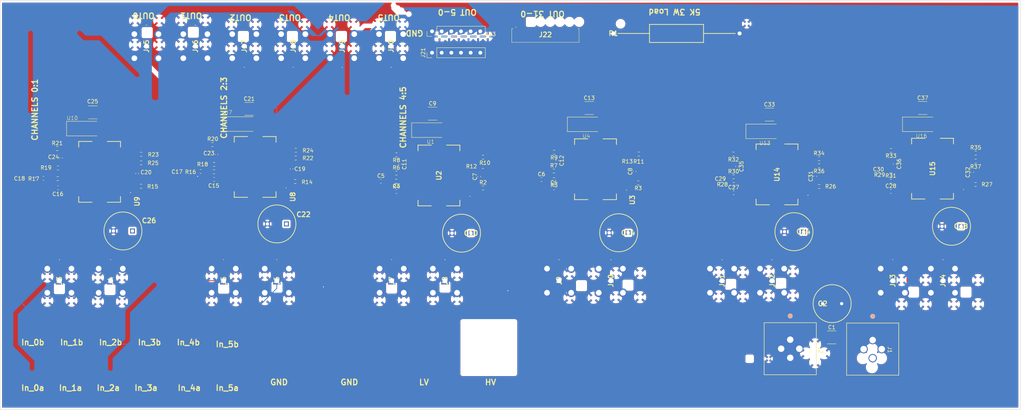
<source format=kicad_pcb>
(kicad_pcb (version 20240108) (generator "pcbnew") (generator_version "8.0")
  (layers (0 "F.Cu" signal) (1 "In1.Cu" power "GND") (2 "In2.Cu" power "C.Cu") (31 "B.Cu" signal) (34 "B.Paste" user) (35 "F.Paste" user) (36 "B.SilkS" user "B.Silkscreen") (37 "F.SilkS" user "F.Silkscreen") (38 "B.Mask" user) (39 "F.Mask" user) (44 "Edge.Cuts" user))
  (net 0 "")
  (net 1 "input_0a")
  (net 2 "GND")
  (net 3 "input_1a")
  (net 4 "/amp_1/input_0a_lv")
  (net 5 "input_0b")
  (net 6 "input_1b")
  (net 7 "/amp_1/input_1a_lv")
  (net 8 "input_2a")
  (net 9 "input_2b")
  (net 10 "/amp_1/input_0b_lv")
  (net 11 "input_3a")
  (net 12 "input_3b")
  (net 13 "/amp_1/input_1b_lv")
  (net 14 "input_4a")
  (net 15 "input_4b")
  (net 16 "Net-(U2A-CC_A_1)")
  (net 17 "input_5a")
  (net 18 "input_5b")
  (net 19 "output_1")
  (net 20 "HV")
  (net 21 "output_0")
  (net 22 "output_2")
  (net 23 "output_3")
  (net 24 "output_4")
  (net 25 "output_5")
  (net 26 "Net-(U3A-CC_A_2)")
  (net 27 "Net-(U3A-CC_A_1)")
  (net 28 "Net-(U2A-CC_A_2)")
  (net 29 "/amp_0/input_0a_lv")
  (net 30 "/amp_0/input_1a_lv")
  (net 31 "/amp_0/input_0b_lv")
  (net 32 "/amp_0/input_1b_lv")
  (net 33 "Net-(U8A-CC_A_1)")
  (net 34 "Net-(U8A-CC_A_2)")
  (net 35 "/amp_2/input_0a_lv")
  (net 36 "/amp_2/input_1a_lv")
  (net 37 "/amp_2/input_0b_lv")
  (net 38 "/amp_2/input_1b_lv")
  (net 39 "Net-(U14A-CC_A_2)")
  (net 40 "Net-(U14A-CC_A_1)")
  (net 67 "/amp_1/output_0_mv")
  (net 68 "Net-(U2A-CL_A)")
  (net 69 "/amp_1/output_1_mv")
  (net 70 "Net-(U2A--IN_A)")
  (net 71 "/amp_1/output0_mv")
  (net 72 "/amp_1/output1_mv")
  (net 73 "Net-(U8A-CL_A)")
  (net 74 "/amp_0/output_0_mv")
  (net 75 "/amp_0/output_1_mv")
  (net 76 "Net-(U8A--IN_A)")
  (net 77 "/amp_0/output0_mv")
  (net 78 "/amp_0/output1_mv")
  (net 79 "Net-(U14A-CL_A)")
  (net 80 "/amp_2/output_0_mv")
  (net 81 "/amp_2/output_1_mv")
  (net 82 "Net-(U14A--IN_A)")
  (net 83 "/amp_2/output0_mv")
  (net 84 "/amp_2/output1_mv")
  (net 85 "Net-(U2A-NC_1)")
  (net 86 "Net-(U8A-NC_1)")
  (net 87 "Net-(U14A-NC_1)")
  (net 88 "Net-(U9A-CC_A_2)")
  (net 89 "Net-(U9A-CC_A_1)")
  (net 90 "Net-(U3A-CL_A)")
  (net 91 "Net-(U3A--IN_A)")
  (net 92 "Net-(U9A-CL_A)")
  (net 93 "Net-(U9A--IN_A)")
  (net 94 "Net-(U3A-EPAD)")
  (net 95 "Net-(U3A-NC_1)")
  (net 96 "Net-(U9A-EPAD)")
  (net 97 "Net-(U9A-NC_1)")
  (net 98 "Net-(U15A-CC_A_2)")
  (net 99 "Net-(U15A-CC_A_1)")
  (net 100 "Net-(U15A-CL_A)")
  (net 101 "Net-(U15A--IN_A)")
  (net 102 "Net-(U15A-NC_1)")
  (net 103 "Net-(U15A-EPAD)")
  (net 104 "Net-(U2B-CC_B_2)")
  (net 105 "Net-(U2B-CC_B_1)")
  (net 106 "Net-(U3B-CC_B_1)")
  (net 107 "Net-(U3B-CC_B_2)")
  (net 108 "Net-(U8B-CC_B_2)")
  (net 109 "Net-(U8B-CC_B_1)")
  (net 110 "Net-(U9B-CC_B_1)")
  (net 111 "Net-(U9B-CC_B_2)")
  (net 112 "Net-(U14B-CC_B_1)")
  (net 113 "Net-(U14B-CC_B_2)")
  (net 114 "Net-(U15B-CC_B_1)")
  (net 115 "Net-(U15B-CC_B_2)")
  (net 116 "Net-(U2B-CL_B)")
  (net 117 "Net-(U3B-CL_B)")
  (net 118 "Net-(U2B--IN_B)")
  (net 119 "Net-(U3B--IN_B)")
  (net 120 "Net-(U8B-CL_B)")
  (net 121 "Net-(U9B-CL_B)")
  (net 122 "Net-(U8B--IN_B)")
  (net 123 "Net-(U9B--IN_B)")
  (net 124 "Net-(U14B-CL_B)")
  (net 125 "Net-(U15B-CL_B)")
  (net 126 "Net-(U14B--IN_B)")
  (net 127 "Net-(U15B--IN_B)")
  (footprint "Capacitor_SMD:C_0402_1005Metric" (layer "F.Cu") (at 207.8482 57.6326 -90)
    (property "Reference" "C35")
    (property "Value" "0.24pF, 500V")
  )
  (footprint "Resistor_SMD:R_0603_1608Metric" (layer "F.Cu") (at 51.1048 54.438757)
    (property "Reference" "R23")
    (property "Value" "10")
  )
  (footprint "726_footprints:EEU-EB2G100" (layer "F.Cu") (at 89.2918 72.777557 180)
    (property "Reference" "C22")
    (property "Value" "EEU-EB2G100" (hide yes))
  )
  (footprint "Resistor_SMD:R_0603_1608Metric" (layer "F.Cu") (at 229.4382 57.4548 180)
    (property "Reference" "R36")
    (property "Value" "100")
  )
  (footprint "726_footprints:EEU-EB2G100" (layer "F.Cu") (at 137.858072 75.208891 180)
    (property "Reference" "C10")
    (property "Value" "EEU-EB2G100" (hide yes))
  )
  (footprint "Resistor_SMD:R_0603_1608Metric" (layer "F.Cu") (at 229.4636 62.9158)
    (property "Reference" "R26")
    (property "Value" "22.6")
  )
  (footprint "Capacitor_SMD:C_0402_1005Metric" (layer "F.Cu") (at 119.189072 57.047891 -90)
    (property "Reference" "C11")
    (property "Value" "0.24pF, 500V")
  )
  (footprint "Capacitor_SMD:C_0603_1608Metric" (layer "F.Cu") (at 70.2818 61.042757)
    (property "Reference" "C15")
    (property "Value" "0.1u, 10V")
  )
  (footprint "Resistor_SMD:R_0603_1608Metric" (layer "F.Cu") (at 29.1592 60.839557 180)
    (property "Reference" "R17")
    (property "Value" "10")
  )
  (footprint "Resistor_SMD:R_0603_1608Metric" (layer "F.Cu") (at 159.702072 61.137291 180)
    (property "Reference" "R5")
    (property "Value" "10")
  )
  (footprint "Capacitor_SMD:C_1812_4532Metric" (layer "F.Cu") (at 216.3826 43.9674)
    (property "Reference" "C33")
    (property "Value" "0.1u, 500V")
  )
  (footprint "Resistor_SMD:R_0603_1608Metric" (layer "F.Cu") (at 248.3358 59.8424 180)
    (property "Reference" "R29")
    (property "Value" "10")
  )
  (footprint "726_footprints:EEU-EB2G100" (layer "F.Cu") (at 230.3672 93.7768)
    (property "Reference" "C2")
    (property "Value" "EEU-EB2G100" (hide yes))
  )
  (footprint "726_footprints:SMCJ150A-13-F" (layer "F.Cu") (at 36.4665 51.251757)
    (property "Reference" "U10")
    (property "Value" "SMCJ150A")
  )
  (footprint "726_footprints:112404" (layer "F.Cu") (at 248.8184 87.7316 -90)
    (property "Reference" "J13")
    (property "Value" "SMA_RF2-04A-T-00-50-G" (hide yes))
  )
  (footprint "Resistor_SMD:R_0603_1608Metric" (layer "F.Cu") (at 270.6116 56.261 180)
    (property "Reference" "R37")
    (property "Value" "100")
  )
  (footprint "Capacitor_SMD:C_1812_4532Metric" (layer "F.Cu") (at 127.748872 43.712891)
    (property "Reference" "C9")
    (property "Value" "0.1u, 500V")
  )
  (footprint "Resistor_SMD:R_0603_1608Metric" (layer "F.Cu") (at 206.9338 60.3758)
    (property "Reference" "R30")
    (property "Value" "100")
  )
  (footprint "726_footprints:PA341DF" (layer "F.Cu") (at 81.0768 57.766157 90)
    (property "Reference" "U8")
    (property "Value" "PA343" (hide yes))
  )
  (footprint "Resistor_SMD:R_0603_1608Metric" (layer "F.Cu") (at 69.8246 51.898757 180)
    (property "Reference" "R20")
    (property "Value" "22.6")
  )
  (footprint "Capacitor_SMD:C_0402_1005Metric" (layer "F.Cu") (at 90.678 58.274157 90)
    (property "Reference" "C19")
    (property "Value" "0.24pF, 500V")
  )
  (footprint "Resistor_SMD:R_0603_1608Metric" (layer "F.Cu") (at 159.651272 58.851291)
    (property "Reference" "R7")
    (property "Value" "100")
  )
  (footprint "726_footprints:banana_plug_CT3151V1-0" (layer "F.Cu") (at 221.8436 103.2637 -90)
    (property "Reference" "J2")
    (property "Value" "CT3151V1-2")
  )
  (footprint "Capacitor_SMD:C_0402_1005Metric" (layer "F.Cu") (at 30.0228 55.403957 -90)
    (property "Reference" "C24")
    (property "Value" "0.24pF, 500V")
  )
  (footprint "Capacitor_SMD:C_0402_1005Metric" (layer "F.Cu") (at 50.0126 59.493357 90)
    (property "Reference" "C20")
    (property "Value" "0.24pF, 500V")
  )
  (footprint "Capacitor_SMD:C_0603_1608Metric" (layer "F.Cu") (at 66.7258 58.959957)
    (property "Reference" "C17")
    (property "Value" "0.1u, 10V")
  )
  (footprint "Resistor_SMD:R_0603_1608Metric" (layer "F.Cu") (at 229.4382 55.6006)
    (property "Reference" "R34")
    (property "Value" "10")
  )
  (footprint "Connector_PinHeader_2.54mm:PinHeader_1x06_P2.54mm_Vertical" (layer "F.Cu") (at 127.6096 22.0472 90)
    (property "Reference" "J23")
    (property "Value" "Conn_01x06_Pin")
  )
  (footprint "726_footprints:SMCJ150A-13-F" (layer "F.Cu") (at 77.5383 50.057957)
    (property "Reference" "U7")
    (property "Value" "SMCJ150A")
  )
  (footprint "726_footprints:112404" (layer "F.Cu") (at 72.7964 87.7316 -90)
    (property "Reference" "J5")
    (property "Value" "SMA_RF2-04A-T-00-50-G" (hide yes))
  )
  (footprint "726_footprints:112404" (layer "F.Cu") (at 203.9112 87.7316 -90)
    (property "Reference" "J11")
    (property "Value" "SMA_RF2-04A-T-00-50-G" (hide yes))
  )
  (footprint "Resistor_SMD:R_0603_1608Metric" (layer "F.Cu") (at 70.231 59.036157 180)
    (property "Reference" "R16")
    (property "Value" "10")
  )
  (footprint "Capacitor_SMD:C_0603_1608Metric" (layer "F.Cu") (at 248.3104 64.2112)
    (property "Reference" "C28")
    (property "Value" "0.1u, 10V")
  )
  (footprint "Resistor_SMD:R_0603_1608Metric" (layer "F.Cu") (at 141.033072 63.296291)
    (property "Reference" "R2")
    (property "Value" "22.6")
  )
  (footprint "Capacitor_SMD:C_0603_1608Metric" (layer "F.Cu") (at 29.21 63.252557)
    (property "Reference" "C16")
    (property "Value" "0.1u, 10V")
  )
  (footprint "Resistor_SMD:R_0603_1608Metric" (layer "F.Cu") (at 91.7702 53.371957 180)
    (property "Reference" "R24")
    (property "Value" "100")
  )
  (footprint "Capacitor_SMD:C_0402_1005Metric" (layer "F.Cu") (at 249.3276 56.978 -90)
    (property "Reference" "C36")
    (property "Value" "0.24pF, 500V")
  )
  (footprint "726_footprints:112404" (layer "F.Cu") (at 217.0684 87.7316 -90)
    (property "Reference" "J12")
    (property "Value" "SMA_RF2-04A-T-00-50-G" (hide yes))
  )
  (footprint "Capacitor_SMD:C_0402_1005Metric" (layer "F.Cu") (at 269.7226 59.182 90)
    (property "Reference" "C32")
    (property "Value" "0.24pF, 500V")
  )
  (footprint "726_footprints:PA341DF" (layer "F.Cu") (at 170.612909 58.368182 90)
    (property "Reference" "U3")
    (property "Value" "PA343" (hide yes))
  )
  (footprint "Capacitor_SMD:C_1812_4532Metric" (layer "F.Cu") (at 79.502 42.475357)
    (property "Reference" "C21")
    (property "Value" "0.1u, 500V")
  )
  (footprint "726_footprints:112404" (layer "F.Cu") (at 161.036 87.7316 -90)
    (property "Reference" "J9")
    (property "Value" "SMA_RF2-04A-T-00-50-G" (hide yes))
  )
  (footprint "726_footprints:SMCJ150A-13-F" (layer "F.Cu") (at 215.1809 51.9818)
    (property "Reference" "U13")
    (property "Value" "SMCJ150A")
  )
  (footprint "726_footprints:PA341DF" (layer "F.Cu") (at 40.1574 59.061557 90)
    (property "Reference" "U9")
    (property "Value" "PA343" (hide yes))
  )
  (footprint "Capacitor_SMD:C_0603_1608Metric" (layer "F.Cu") (at 203.454 62.3316)
    (property "Reference" "C29")
    (property "Value" "0.1u, 10V")
  )
  (footprint "726_footprints:PA341DF" (layer "F.Cu") (at 218.3638 59.7408 90)
    (property "Reference" "U14")
    (property "Value" "PA343" (hide yes))
  )
  (footprint "Resistor_SMD:R_0603_1608Metric" (layer "F.Cu") (at 140.982272 57.632091 180)
    (property "Reference" "R12")
    (property "Value" "100")
  )
  (footprint "Resistor_SMD:R_0603_1608Metric" (layer "F.Cu") (at 118.198472 61.543691 180)
    (property "Reference" "R4")
    (property "Value" "10")
  )
  (footprint "Capacitor_SMD:C_0402_1005Metric" (layer "F.Cu") (at 228.3968 60.2234 90)
    (property "Reference" "C31")
    (property "Value" "0.24pF, 500V")
  )
  (footprint "Resistor_SMD:R_0603_1608Metric" (layer "F.Cu") (at 181.850872 61.950091 180)
    (property "Reference" "R3")
    (property "Value" "22.6")
  )
  (footprint "Capacitor_SMD:C_0603_1608Metric" (layer "F.Cu") (at 156.4132 61.1124)
    (property "Reference" "C6")
    (property "Value" "0.1u, 10V")
  )
  (footprint "726_footprints:PA341DF" (layer "F.Cu") (at 259.2832 58.2168 90)
    (property "Reference" "U15")
    (property "Value" "PA343" (hide yes))
  )
  (footprint "Capacitor_SMD:C_0603_1608Metric" (layer "F.Cu") (at 245.0592 59.8424)
    (property "Reference" "C30")
    (property "Value" "0.1u, 10V")
  )
  (footprint "Resistor_SMD:R_0603_1608Metric" (layer "F.Cu") (at 181.977872 56.311291 180)
    (property "Reference" "R13")
    (property "Value" "100")
  )
  (footprint "Resistor_SMD:R_0603_1608Metric" (layer "F.Cu") (at 70.2818 57.105757)
    (property "Reference" "R18")
    (property "Value" "100")
  )
  (footprint "Resistor_SMD:R_0603_1608Metric" (layer "F.Cu") (at 248.3612 53.4162 180)
    (property "Reference" "R33")
    (property "Value" "22.6")
  )
  (footprint "Capacitor_SMD:C_1812_4532Metric" (layer "F.Cu") (at 232.7656 102.6668)
    (property "Reference" "C1")
    (property "Value" "0.1u, 500V")
  )
  (footprint "Capacitor_SMD:C_0603_1608Metric" (layer "F.Cu") (at 118.249272 64.210691)
    (property "Reference" "C3")
    (property "Value" "0.1u, 10V")
  )
  (footprint "726_footprints:112404" (layer "F.Cu") (at 91.09456 25.9588 90)
    (property "Reference" "J18")
    (property "Value" "SMA_RF2-04A-T-00-50-G" (hide yes))
  )
  (footprint "726_footprints:SMCJ150A-13-F" (layer "F.Cu") (at 256.3797 50.1276)
    (property "Reference" "U16")
    (property "Value" "SMCJ150A")
  )
  (footprint "726_footprints:112404" (layer "F.Cu") (at 262.0264 87.7316 -90)
    (property "Reference" "J14")
    (property "Value" "SMA_RF2-04A-T-00-50-G" (hide yes))
  )
  (footprint "Resistor_SMD:R_0603_1608Metric" (layer "F.Cu") (at 159.702072 53.898291 180)
    (property "Reference" "R9")
    (property "Value" "22.6")
  )
  (footprint "Capacitor_SMD:C_0603_1608Metric" (layer "F.Cu") (at 159.7152 63.2968)
    (property "Reference" "C4")
    (property "Value" "0.1u, 10V")
  )
  (footprint "726_footprints:112404" (layer "F.Cu") (at 43.0784 87.7316 -90)
    (property "Reference" "J4")
    (property "Value" "SMA_RF2-04A-T-00-50-G" (hide yes))
  )
  (footprint "726_footprints:112404" (layer "F.Cu") (at 52.4764 25.9588 -90)
    (property "Reference" "J15")
    (property "Value" "SMA_RF2-04A-T-00-50-G" (hide yes))
  )
  (footprint "Resistor_SMD:R_0603_1608Metric" (layer "F.Cu") (at 29.0068 52.940157 180)
    (property "Reference" "R21")
    (property "Value" "22.6")
  )
  (footprint "726_footprints:112404" (layer "F.Cu") (at 78.22184 25.9588 90)
    (property "Reference" "J17")
    (property "Value" "SMA_RF2-04A-T-00-50-G" (hide yes))
  )
  (footprint "Resistor_SMD:R_0603_1608Metric" (layer "F.Cu") (at 91.6178 61.601557)
    (property "Reference" "R14")
    (property "Value" "22.6")
  )
  (footprint "Capacitor_SMD:C_1812_4532Metric" (layer "F.Cu") (at 168.958835 42.2402)
    (property "Reference" "C13")
    (property "Value" "0.1u, 500V")
  )
  (footprint "Capacitor_SMD:C_0603_1608Metric" (layer "F.Cu") (at 114.159872 61.543691)
    (property "Reference" "C5")
    (property "Value" "0.1u, 10V")
  )
  (footprint "Capacitor_SMD:C_0402_1005Metric" (layer "F.Cu") (at 140.042472 60.324491 90)
    (property "Reference" "C7")
    (property "Value" "0.24pF, 500V")
  )
  (footprint "Connector_PinHeader_2.54mm:PinHeader_1x06_P2.54mm_Vertical" (layer "F.Cu") (at 127.6096 27.686 90)
    (property "Reference" "J21")
    (property "Value" "Conn_01x06_Pin")
  )
  (footprint "726_footprints:SMCJ150A-13-F" (layer "F.Cu") (at 127.232972 51.651091)
    (property "Reference" "U1")
    (property "Value" "SMCJ150A")
  )
  (footprint "Resistor_SMD:R_0603_1608Metric" (layer "F.Cu") (at 206.9084 54.3814 180)
    (property "Reference" "R32")
    (property "Value" "22.6")
  )
  (footprint "726_footprints:112404" (layer "F.Cu") (at 116.9924 87.7316 -90)
    (property "Reference" "J7")
    (property "Value" "SMA_RF2-04A-T-00-50-G" (hide yes))
  )
  (footprint "Resistor_SMD:R_0603_1608Metric" (layer "F.Cu") (at 248.3104 61.5188)
    (property "Reference" "R31")
    (property "Value" "100")
  )
  (footprint "Capacitor_SMD:C_0402_1005Metric" (layer "F.Cu") (at 180.911072 58.952891 90)
    (property "Reference" "C8")
    (property "Value" "0.24pF, 500V")
  )
  (footprint "Resistor_SMD:R_0603_1608Metric" (layer "F.Cu") (at 91.7448 55.429357)
    (property "Reference" "R22")
    (property "Value" "10")
  )
  (footprint "Capacitor_SMD:C_1812_4532Metric" (layer "F.Cu") (at 38.3794 43.389757)
    (property "Reference" "C25")
    (property "Value" "0.1u, 500V")
  )
  (footprint "726_footprints:112404" (layer "F.Cu") (at 174.6504 87.7316 -90)
    (property "Reference" "J10")
    (property "Value" "SMA_RF2-04A-T-00-50-G" (hide yes))
  )
  (footprint "Resistor_SMD:R_0603_1608Metric" (layer "F.Cu") (at 270.637 54.102)
    (property "Reference" "R35")
    (property "Value" "10")
  )
  (footprint "Capacitor_SMD:C_1812_4532Metric" (layer "F.Cu") (at 256.6924 42.2402)
    (property "Reference" "C37")
    (property "Value" "0.1u, 500V")
  )
  (footprint "Resistor_SMD:R_0603_1608Metric" (layer "F.Cu") (at 206.9846 62.3824 180)
    (property "Reference" "R28")
    (property "Value" "10")
  )
  (footprint "726_footprints:112404" (layer "F.Cu") (at 116.84 25.9588 90)
    (property "Reference" "J20")
    (property "Value" "SMA_RF2-04A-T-00-50-G" (hide yes))
  )
  (footprint "726_footprints:RESAD3322W86L1422D475" (layer "F.Cu") (at 175.3229 22.606)
    (property "Reference" "R1")
    (property "Value" "5k, 3W" (hide yes))
  )
  (footprint "Capacitor_SMD:C_0402_1005Metric" (layer "F.Cu") (at 70.8914 54.464157 -90)
    (property "Reference" "C23")
    (property "Value" "0.24pF, 500V")
  )
  (footprint "726_footprints:112404" (layer "F.Cu") (at 103.96728 25.9588 90)
    (property "Reference" "J19")
    (property "Value" "SMA_RF2-04A-T-00-50-G" (hide yes))
  )
  (footprint "726_footprints:SMCJ150A-13-F" (layer "F.Cu") (at 168.214335 50.1276)
    (property "Reference" "U4")
    (property "Value" "SMCJ150A")
  )
  (footprint "726_footprints:banana_plug_CT3151V1-0" (layer "F.Cu") (at 243.5352 103.3653 -90)
    (property "Reference" "J1")
    (property "Value" "CT3151V1-0")
  )
  (footprint "726_footprints:EEU-EB2G100" (layer "F.Cu") (at 266.7616 73.406 180)
    (property "Reference" "C38")
    (property "Value" "EEU-EB2G100" (hide yes))
  )
  (footprint "Resistor_SMD:R_0603_1608Metric" (layer "F.Cu") (at 270.6128 62.3882)
    (property "Reference" "R27")
    (property "Value" "22.6")
  )
  (footprint "726_footprints:112404" (layer "F.Cu") (at 86.7664 87.7316 -90)
    (property "Reference" "J6")
    (property "Value" "SMA_RF2-04A-T-00-50-G" (hide yes))
  )
  (footprint "Resistor_SMD:R_0603_1608Metric" (layer "F.Cu") (at 51.054 62.846157)
    (property "Reference" "R15")
    (property "Value" "22.6")
  )
  (footprint "726_footprints:112404" (layer "F.Cu") (at 65.34912 25.9588 -90)
    (property "Reference" "J16")
    (property "Value" "SMA_RF2-04A-T-00-50-G" (hide yes))
  )
  (footprint "Capacitor_SMD:C_0603_1608Metric" (layer "F.Cu") (at 25.4 60.763357)
    (property "Reference" "C18")
    (property "Value" "0.1u, 10V")
  )
  (footprint "Resistor_SMD:R_0603_1608Metric" (layer "F.Cu") (at 118.249272 54.558691 180)
    (property "Reference" "R8")
    (property "Value" "22.6")
  )
  (footprint "726_footprints:PA341DF" (layer "F.Cu") (at 129.425272 60.019691 90)
    (property "Reference" "U2")
    (property "Value" "PA343" (hide yes))
  )
  (footprint "Resistor_SMD:R_0603_1608Metric" (layer "F.Cu") (at 118.223872 59.384691)
    (property "Reference" "R6")
    (property "Value" "100")
  )
  (footprint "726_footprints:EEU-EB2G100" (layer "F.Cu") (at 225.3234 74.8284 180)
    (property "Reference" "C34")
    (property "Value" "EEU-EB2G100" (hide yes))
  )
  (footprint "726_footprints:EEU-EB2G100" (layer "F.Cu") (at 48.7934 74.631757 180)
    (property "Reference" "C26")
    (property "Value" "EEU-EB2G100" (hide yes))
  )
  (footprint "Capacitor_SMD:C_0603_1608Metric" (layer "F.Cu") (at 206.9592 64.5668)
    (property "Reference" "C27")
    (property "Value" "0.1u, 10V")
  )
  (footprint "Resistor_SMD:R_0603_1608Metric" (layer "F.Cu") (at 51.0794 56.673957 180)
    (property "Reference" "R25")
    (property "Value" "100")
  )
  (footprint "Capacitor_SMD:C_0402_1005Metric" (layer "F.Cu") (at 160.565672 56.108091 -90)
    (property "Reference" "C12")
    (property "Value" "0.24pF, 500V")
  )
  (footprint "726_footprints:Molex_5034803200" (layer "F.Cu") (at 157.4292 22.931)
    (property "Reference" "J22")
    (property "Value" "503480-3200" (hide yes))
  )
  (footprint "Resistor_SMD:R_0603_1608Metric" (layer "F.Cu") (at 141.007672 55.193691)
    (property "Reference" "R10")
    (property "Value" "10")
  )
  (footprint "726_footprints:EEU-EB2G100" (layer "F.Cu") (at 179.209272 75.107291 180)
    (property "Reference" "C14")
    (property "Value" "EEU-EB2G100" (hide yes))
  )
  (footprint "726_footprints:112404" (layer "F.Cu") (at 29.5711 87.7316 -90)
    (property "Reference" "J3")
    (property "Value" "SMA_RF2-04A-T-00-50-G" (hide yes))
  )
  (footprint "726_footprints:112404" (layer "F.Cu") (at 131.0132 87.7316 -90)
    (property "Reference" "J8")
    (property "Value" "SMA_RF2-04A-T-00-50-G" (hide yes))
  )
  (footprint "Resistor_SMD:R_0603_1608Metric" (layer "F.Cu") (at 182.003272 54.355491)
    (property "Reference" "R11")
    (property "Value" "10")
  )
  (footprint "Resistor_SMD:R_0603_1608Metric" (layer "F.Cu") (at 29.1846 58.020157)
    (property "Reference" "R19")
    (property "Value" "100")
  )
  (gr_rect (start 14 14) (end 282.3372 121.6512) (stroke (width 0.1)) (fill none) (layer "Edge.Cuts"))
  (gr_text "In_0b" (at 19.378133 104.8559 0) (layer "F.SilkS") (effects (font (size 1.5 1.5) (thickness 0.3) (bold yes)) (justify left bottom)))
  (gr_text "In_2b" (at 39.844799 104.8559 0) (layer "F.SilkS") (effects (font (size 1.5 1.5) (thickness 0.3) (bold yes)) (justify left bottom)))
  (gr_text "LV" (at 124.0448 115.3559 0) (layer "F.SilkS") (effects (font (size 1.5 1.5) (thickness 0.3) (bold yes)) (justify left bottom)))
  (gr_text "In_1b" (at 29.611466 104.8559 0) (layer "F.SilkS") (effects (font (size 1.5 1.5) (thickness 0.3) (bold yes)) (justify left bottom)))
  (gr_text "OUT 31-0" (at 162.6616 16.5608 180) (layer "F.SilkS") (effects (font (size 1.5 1.5) (thickness 0.3) (bold yes)) (justify left bottom)))
  (gr_text "CHANNELS 2:3" (at 73.75 50.5 90) (layer "F.SilkS") (effects (font (size 1.5 1.5) (thickness 0.3) (bold yes)) (justify left bottom)))
  (gr_text "5K 3W Load" (at 198.4248 16.0528 180) (layer "F.SilkS") (effects (font (size 1.5 1.5) (thickness 0.3) (bold yes)) (justify left bottom)))
  (gr_text "In_1a" (at 29.311466 116.8559 0) (layer "F.SilkS") (effects (font (size 1.5 1.5) (thickness 0.3) (bold yes)) (justify left bottom)))
  (gr_text "GND" (at 84.878133 115.3559 0) (layer "F.SilkS") (effects (font (size 1.5 1.5) (thickness 0.3) (bold yes)) (justify left bottom)))
  (gr_text "OUT2" (at 80.2688 17.516 180) (layer "F.SilkS") (effects (font (size 1.5 1.5) (thickness 0.3) (bold yes)) (justify left bottom)))
  (gr_text "OUT 5-0" (at 139.5188 16.116 180) (layer "F.SilkS") (effects (font (size 1.5 1.5) (thickness 0.3) (bold yes)) (justify left bottom)))
  (gr_text "OUT3" (at 93.2688 17.516 180) (layer "F.SilkS") (effects (font (size 1.5 1.5) (thickness 0.3) (bold yes)) (justify left bottom)))
  (gr_text "In_3a" (at 49.178132 116.8559 0) (layer "F.SilkS") (effects (font (size 1.5 1.5) (thickness 0.3) (bold yes)) (justify left bottom)))
  (gr_text "CHANNELS 4:5" (at 120.8788 53.016 90) (layer "F.SilkS") (effects (font (size 1.5 1.5) (thickness 0.3) (bold yes)) (justify left bottom)))
  (gr_text "CHANNELS 0:1" (at 24 51 90) (layer "F.SilkS") (effects (font (size 1.5 1.5) (thickness 0.3) (bold yes)) (justify left bottom)))
  (gr_text "In_5b" (at 70.5448 105.3559 0) (layer "F.SilkS") (effects (font (size 1.5 1.5) (thickness 0.3) (bold yes)) (justify left bottom)))
  (gr_text "GND" (at 125.4688 21.616 180) (layer "F.SilkS") (effects (font (size 1.5 1.5) (thickness 0.3) (bold yes)) (justify left bottom)))
  (gr_text "In_2a" (at 39.244799 116.8559 0) (layer "F.SilkS") (effects (font (size 1.5 1.5) (thickness 0.3) (bold yes)) (justify left bottom)))
  (gr_text "In_4a" (at 60.5448 116.8559 0) (layer "F.SilkS") (effects (font (size 1.5 1.5) (thickness 0.3) (bold yes)) (justify left bottom)))
  (gr_text "In_5a" (at 70.5448 116.8559 0) (layer "F.SilkS") (effects (font (size 1.5 1.5) (thickness 0.3) (bold yes)) (justify left bottom)))
  (gr_text "GND" (at 103.378133 115.3559 0) (layer "F.SilkS") (effects (font (size 1.5 1.5) (thickness 0.3) (bold yes)) (justify left bottom)))
  (gr_text "In_4b" (at 60.311465 104.8559 0) (layer "F.SilkS") (effects (font (size 1.5 1.5) (thickness 0.3) (bold yes)) (justify left bottom)))
  (gr_text "OUT1" (at 67.2688 17.016 180) (layer "F.SilkS") (effects (font (size 1.5 1.5) (thickness 0.3) (bold yes)) (justify left bottom)))
  (gr_text "HV" (at 141.378133 115.3559 0) (layer "F.SilkS") (effects (font (size 1.5 1.5) (thickness 0.3) (bold yes)) (justify left bottom)))
  (gr_text "OUT0" (at 54.7688 17.016 180) (layer "F.SilkS") (effects (font (size 1.5 1.5) (thickness 0.3) (bold yes)) (justify left bottom)))
  (gr_text "OUT4" (at 106.2688 17.516 180) (layer "F.SilkS") (effects (font (size 1.5 1.5) (thickness 0.3) (bold yes)) (justify left bottom)))
  (gr_text "OUT5" (at 119.2688 17.516 180) (layer "F.SilkS") (effects (font (size 1.5 1.5) (thickness 0.3) (bold yes)) (justify left bottom)))
  (gr_text "In_3b" (at 50.078132 104.8559 0) (layer "F.SilkS") (effects (font (size 1.5 1.5) (thickness 0.3) (bold yes)) (justify left bottom)))
  (gr_text "In_0a" (at 19.378133 116.8559 0) (layer "F.SilkS") (effects (font (size 1.5 1.5) (thickness 0.3) (bold yes)) (justify left bottom)))
  (segment (start 59.0296 76.8604) (end 59.2836 76.8604) (width 0.2032) (layer "F.Cu") (net 1))
  (segment (start 59.2836 76.8604) (end 69.5068 66.6372) (width 0.2032) (layer "F.Cu") (net 1))
  (segment (start 29.5711 87.7316) (end 29.5711 85.709557) (width 0.2032) (layer "F.Cu") (net 1))
  (segment (start 33.340257 81.9404) (end 53.9496 81.9404) (width 0.2032) (layer "F.Cu") (net 1))
  (segment (start 29.5711 85.709557) (end 33.340257 81.9404) (width 0.2032) (layer "F.Cu") (net 1))
  (segment (start 69.5068 66.6372) (end 69.5068 61.042757) (width 0.2032) (layer "F.Cu") (net 1))
  (segment (start 53.9496 81.9404) (end 59.0296 76.8604) (width 0.2032) (layer "F.Cu") (net 1))
  (via (at 99.0448 89.3559) (size 0.508) (drill 0.254) (layers "F.Cu" "B.Cu") (net 2))
  (via (at 147.5448 90.3559) (size 0.508) (drill 0.254) (layers "F.Cu" "B.Cu") (net 2))
  (segment (start 18.5928 95.9104) (end 18.5928 68.5292) (width 0.2032) (layer "F.Cu") (net 3))
  (segment (start 23.869443 63.252557) (end 28.435 63.252557) (width 0.2032) (layer "F.Cu") (net 3))
  (segment (start 20.7772 98.0948) (end 18.5928 95.9104) (width 0.2032) (layer "F.Cu") (net 3))
  (segment (start 59.5376 87.7316) (end 49.1744 98.0948) (width 0.2032) (layer "F.Cu") (net 3))
  (segment (start 49.1744 98.0948) (end 20.7772 98.0948) (width 0.2032) (layer "F.Cu") (net 3))
  (segment (start 18.5928 68.5292) (end 23.869443 63.252557) (width 0.2032) (layer "F.Cu") (net 3))
  (segment (start 72.7964 87.7316) (end 59.5376 87.7316) (width 0.2032) (layer "F.Cu") (net 3))
  (segment (start 65.9384 60.198) (end 65.9508 60.1856) (width 0.2032) (layer "F.Cu") (net 5))
  (segment (start 65.9508 60.1856) (end 65.9508 58.959957) (width 0.2032) (layer "F.Cu") (net 5))
  (segment (start 65.9384 60.2488) (end 65.9384 60.198) (width 0.2032) (layer "F.Cu") (net 5))
  (via (at 65.9384 60.2488) (size 0.508) (drill 0.254) (layers "F.Cu" "B.Cu") (net 5))
  (segment (start 52.1208 82.4992) (end 63.1444 71.4756) (width 0.2032) (layer "B.Cu") (net 5))
  (segment (start 65.9384 68.6816) (end 65.9384 60.2488) (width 0.2032) (layer "B.Cu") (net 5))
  (segment (start 43.0784 87.7316) (end 43.0784 85.709557) (width 0.2032) (layer "B.Cu") (net 5))
  (segment (start 63.1444 71.4756) (end 65.9384 68.6816) (width 0.2032) (layer "B.Cu") (net 5))
  (segment (start 43.0784 85.709557) (end 46.288757 82.4992) (width 0.2032) (layer "B.Cu") (net 5))
  (segment (start 46.288757 82.4992) (end 49.784 82.4992) (width 0.2032) (layer "B.Cu") (net 5))
  (segment (start 49.784 82.4992) (end 52.1208 82.4992) (width 0.2032) (layer "B.Cu") (net 5))
  (segment (start 23.3172 60.5536) (end 24.415243 60.5536) (width 0.2032) (layer "F.Cu") (net 6))
  (segment (start 24.415243 60.5536) (end 24.625 60.763357) (width 0.2032) (layer "F.Cu") (net 6))
  (via (at 23.3172 60.5536) (size 0.508) (drill 0.254) (layers "F.Cu" "B.Cu") (net 6))
  (segment (start 86.7664 87.7316) (end 86.7664 87.63) (width 0.2032) (layer "B.Cu") (net 6))
  (segment (start 23.0632 60.5536) (end 23.3172 60.5536) (width 0.2032) (layer "B.Cu") (net 6))
  (segment (start 86.7664 87.63) (end 86.7664 89.753643) (width 0.2032) (layer "B.Cu") (net 6))
  (segment (start 18.6436 64.9732) (end 22.9616 60.6552) (width 0.2032) (layer "B.Cu") (net 6))
  (segment (start 35.4584 104.4448) (end 30.5308 104.4448) (width 0.2032) (layer "B.Cu") (net 6))
  (segment (start 72.075243 104.4448) (end 35.4584 104.4448) (width 0.2032) (layer "B.Cu") (net 6))
  (segment (start 30.5308 104.4448) (end 18.6436 92.5576) (width 0.2032) (layer "B.Cu") (net 6))
  (segment (start 22.9616 60.6552) (end 23.0632 60.5536) (width 0.2032) (layer "B.Cu") (net 6))
  (segment (start 18.6436 92.5576) (end 18.6436 64.9732) (width 0.2032) (layer "B.Cu") (net 6))
  (segment (start 86.7664 89.753643) (end 72.075243 104.4448) (width 0.2032) (layer "B.Cu") (net 6))
  (segment (start 72.638664 57.266157) (end 75.0018 57.266157) (width 0.2032) (layer "F.Cu") (net 21))
  (segment (start 71.159557 56.325957) (end 71.698464 56.325957) (width 0.2032) (layer "F.Cu") (net 21))
  (segment (start 68.9996 54.166) (end 71.159557 56.325957) (width 0.2032) (layer "F.Cu") (net 21))
  (segment (start 68.9996 51.898757) (end 52.4764 35.375557) (width 0.2032) (layer "F.Cu") (net 21))
  (segment (start 71.698464 56.325957) (end 72.638664 57.266157) (width 0.2032) (layer "F.Cu") (net 21))
  (segment (start 68.9996 51.898757) (end 68.9996 54.166) (width 0.2032) (layer "F.Cu") (net 21))
  (segment (start 52.4764 35.375557) (end 52.4764 25.9588) (width 0.2032) (layer "F.Cu") (net 21))
  (segment (start 71.443643 61.042757) (end 72.220243 60.266157) (width 0.2032) (layer "F.Cu") (net 29))
  (segment (start 71.0568 61.042757) (end 71.443643 61.042757) (width 0.2032) (layer "F.Cu") (net 29))
  (segment (start 72.220243 60.266157) (end 75.0018 60.266157) (width 0.2032) (layer "F.Cu") (net 29))
  (segment (start 67.5008 58.959957) (end 69.3298 58.959957) (width 0.2032) (layer "F.Cu") (net 31))
  (segment (start 69.3298 58.959957) (end 69.406 59.036157) (width 0.2032) (layer "F.Cu") (net 31))
  (segment (start 74.7718 59.036157) (end 75.0018 59.266157) (width 0.2032) (layer "F.Cu") (net 76))
  (segment (start 71.1068 57.105757) (end 71.1068 58.985357) (width 0.2032) (layer "F.Cu") (net 76))
  (segment (start 71.1068 58.985357) (end 71.056 59.036157) (width 0.2032) (layer "F.Cu") (net 76))
  (segment (start 71.056 59.036157) (end 74.7718 59.036157) (width 0.2032) (layer "F.Cu") (net 76))
  (segment (start 70.8914 54.944157) (end 72.2134 56.266157) (width 0.2032) (layer "F.Cu") (net 108))
  (segment (start 72.2134 56.266157) (end 75.0018 56.266157) (width 0.2032) (layer "F.Cu") (net 108))
  (segment (start 70.8914 53.984157) (end 72.1734 55.266157) (width 0.2032) (layer "F.Cu") (net 109))
  (segment (start 72.1734 55.266157) (end 75.0018 55.266157) (width 0.2032) (layer "F.Cu") (net 109))
  (segment (start 70.681643 51.898757) (end 70.7136 51.8668) (width 0.2032) (layer "F.Cu") (net 120))
  (segment (start 70.7136 51.8668) (end 73.112957 54.266157) (width 0.2032) (layer "F.Cu") (net 120))
  (segment (start 70.6496 51.898757) (end 70.681643 51.898757) (width 0.2032) (layer "F.Cu") (net 120))
  (segment (start 73.112957 54.266157) (end 75.0018 54.266157) (width 0.2032) (layer "F.Cu") (net 120))
  (zone (net 2) (net_name "GND") (layer "F.Cu") (priority 18) (connect_pads (clearance 0.5)) (min_thickness 0.25) (fill yes (thermal_gap 0.5) (thermal_bridge_width 0.5))
    (polygon (pts (xy 78.959649 38.74195) (xy 78.959649 48.29235) (xy 77.207049 48.29235) (xy 77.105449 78.01035) (xy 86.741 78.035357) (xy 86.741 38.766957)))
  )
  (zone (net 20) (net_name "HV") (layer "F.Cu") (priority 19) (connect_pads (clearance 0.5)) (min_thickness 0.25) (fill yes (thermal_gap 0.5) (thermal_bridge_width 0.5))
    (polygon (pts (xy 168.803298 39.652276) (xy 168.803298 49.202676) (xy 167.050698 49.202676) (xy 167.025298 53.317476) (xy 162.072298 53.317476) (xy 162.097698 39.703076)))
  )
  (zone (net 20) (net_name "HV") (layer "F.Cu") (priority 19) (connect_pads (clearance 0.5)) (min_thickness 0.25) (fill yes (thermal_gap 0.5) (thermal_bridge_width 0.5))
    (polygon (pts (xy 38.0492 40.417957) (xy 38.0492 49.968357) (xy 36.2966 49.968357) (xy 36.2712 54.083157) (xy 31.3182 54.083157) (xy 31.3436 40.468757)))
  )
  (zone (net 2) (net_name "GND") (layer "F.Cu") (priority 18) (connect_pads (clearance 0.5)) (min_thickness 0.25) (fill yes (thermal_gap 0.5) (thermal_bridge_width 0.5))
    (polygon (pts (xy 216.281 41.4782) (xy 216.281 51.0286) (xy 214.5284 51.0286) (xy 214.503 81.5848) (xy 224.9424 81.6356) (xy 224.917 41.529)))
  )
  (zone (net 20) (net_name "HV") (layer "F.Cu") (priority 19) (connect_pads (clearance 0.5)) (min_thickness 0.25) (fill yes (thermal_gap 0.5) (thermal_bridge_width 0.5))
    (polygon (pts (xy 216.281 41.4782) (xy 216.281 51.0286) (xy 214.5284 51.0286) (xy 214.503 55.1434) (xy 209.55 55.1434) (xy 209.5754 41.529)))
  )
  (zone (net 20) (net_name "HV") (layer "F.Cu") (priority 19) (connect_pads (clearance 0.5)) (min_thickness 0.25) (fill yes (thermal_gap 0.5) (thermal_bridge_width 0.5))
    (polygon (pts (xy 78.947789 38.745451) (xy 78.947789 48.295851) (xy 77.195189 48.295851) (xy 77.169789 52.410651) (xy 72.216789 52.410651) (xy 72.242189 38.796251)))
  )
  (zone (net 2) (net_name "GND") (layer "F.Cu") (priority 18) (connect_pads (clearance 0.5)) (min_thickness 0.25) (fill yes (thermal_gap 0.5) (thermal_bridge_width 0.5))
    (polygon (pts (xy 127.904709 41.324782) (xy 127.904709 50.875182) (xy 126.152109 50.875182) (xy 126.126709 81.431382) (xy 136.566109 81.482182) (xy 136.540709 41.375582)))
  )
  (zone (net 2) (net_name "GND") (layer "F.Cu") (priority 18) (connect_pads (clearance 0.5)) (min_thickness 0.25) (fill yes (thermal_gap 0.5) (thermal_bridge_width 0.5))
    (polygon (pts (xy 257.191449 39.802193) (xy 257.191449 49.352593) (xy 255.438849 49.352593) (xy 255.337249 79.070593) (xy 264.9728 79.0956) (xy 264.9728 39.8272)))
  )
  (zone (net 2) (net_name "GND") (layer "F.Cu") (priority 18) (connect_pads (clearance 0.5)) (min_thickness 0.25) (fill yes (thermal_gap 0.5) (thermal_bridge_width 0.5))
    (polygon (pts (xy 168.815158 39.648775) (xy 168.815158 49.199175) (xy 167.062558 49.199175) (xy 166.960958 78.917175) (xy 176.596509 78.942182) (xy 176.596509 39.673782)))
  )
  (zone (net 2) (net_name "GND") (layer "F.Cu") (priority 18) (connect_pads (clearance 0.5)) (min_thickness 0.25) (fill yes (thermal_gap 0.5) (thermal_bridge_width 0.5))
    (polygon (pts (xy 38.0492 40.417957) (xy 38.0492 49.968357) (xy 36.2966 49.968357) (xy 36.2712 80.524557) (xy 46.7106 80.575357) (xy 46.6852 40.468757)))
  )
  (zone (net 2) (net_name "GND") (layer "F.Cu") (priority 2) (connect_pads (clearance 0.5)) (min_thickness 0.25) (fill yes (thermal_gap 0.5) (thermal_bridge_width 0.5))
    (polygon (pts (xy 14 14) (xy 283.2008 13.7968) (xy 283.2008 121.9814) (xy 14 122.1846)))
  )
  (zone (net 20) (net_name "HV") (layer "F.Cu") (priority 19) (connect_pads (clearance 0.5)) (min_thickness 0.25) (fill yes (thermal_gap 0.5) (thermal_bridge_width 0.5))
    (polygon (pts (xy 127.904709 41.324782) (xy 127.904709 50.875182) (xy 126.152109 50.875182) (xy 126.126709 54.989982) (xy 121.173709 54.989982) (xy 121.199109 41.375582)))
  )
  (zone (net 20) (net_name "HV") (layer "F.Cu") (priority 19) (connect_pads (clearance 0.5)) (min_thickness 0.25) (fill yes (thermal_gap 0.5) (thermal_bridge_width 0.5))
    (polygon (pts (xy 257.179589 39.805694) (xy 257.179589 49.356094) (xy 255.426989 49.356094) (xy 255.401589 53.470894) (xy 250.448589 53.470894) (xy 250.473989 39.856494)))
  )
  (zone (net 2) (net_name "GND") (layer "B.Cu") (priority 3) (connect_pads (clearance 0.5)) (min_thickness 0.25) (fill yes (thermal_gap 0.5) (thermal_bridge_width 0.5))
    (polygon (pts (xy 14 14) (xy 281.88 15.27) (xy 281.88 123.1498) (xy 14 121.8798)))
  )
)
</source>
